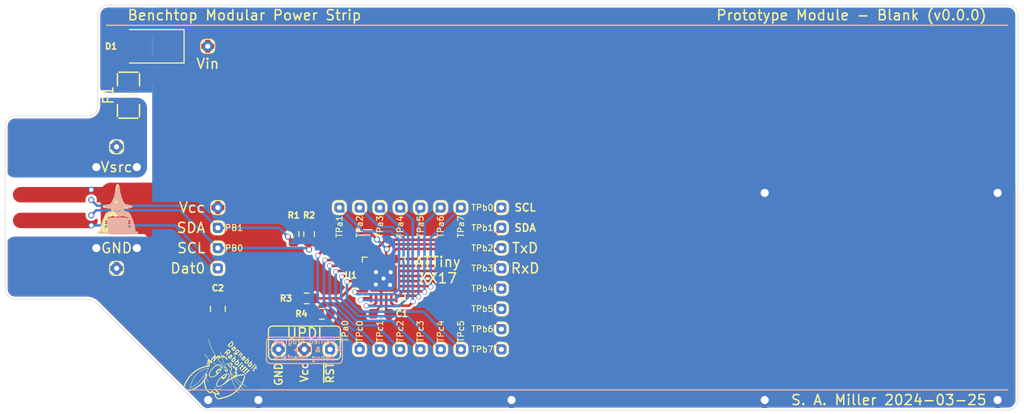
<source format=kicad_pcb>
(kicad_pcb (version 20211014) (generator pcbnew)
  (title_block (title "Benchtop Modular Power Strip") (date "2024-03-25") (rev "0.0.0") (company "S. A. Miller") (comment 1 "Prototype Module") (comment 2 "Blank"))
  (layers (0 "F.Cu" signal) (31 "B.Cu" signal) (34 "B.Paste" user) (35 "F.Paste" user) (36 "B.SilkS" user "B.Silkscreen") (37 "F.SilkS" user "F.Silkscreen") (38 "B.Mask" user) (39 "F.Mask" user) (44 "Edge.Cuts" user))
  (net 0 "")
  (net 1 "GND")
  (net 2 "~{RESET}")
  (net 3 "Dat0")
  (net 4 "PA4")
  (net 5 "PA5")
  (net 6 "PA6")
  (net 7 "PA7")
  (net 8 "PB2")
  (net 9 "PB3")
  (net 10 "PA1")
  (net 11 "PA2")
  (net 12 "PA3")
  (net 13 "PB0")
  (net 14 "PB1")
  (net 15 "PB4")
  (net 16 "PB5")
  (net 17 "PB6")
  (net 18 "PB7")
  (net 19 "PC2")
  (net 20 "PC3")
  (net 21 "PC4")
  (net 22 "PC5")
  (net 23 "Vsrc")
  (net 24 "Vin")
  (net 25 "/Source Power Rail/Vprot")
  (net 26 "/ATTinyXX17/PA0")
  (net 27 "I2C-Vcc")
  (net 28 "PC0")
  (net 29 "PC1")
  (footprint "tinker:TestPoint_THTPad_D1.0mm_Drill0.5mm" (layer "F.Cu") (at 87 114)
    (fp_text reference "TPc1" (at 0 -0.65 90) (layer "F.SilkS") (effects (font (size 0.6 0.6) (thickness 0.1)) (justify left)))
    (fp_text value "CtrlC" hide)
    (pad "1" thru_hole roundrect (at 0 0) (size 1 1) (drill 0.5) (layers *.Cu *.Mask) (roundrect_rratio 0.33) (net 29 "PC1"))
  )
  (footprint "Capacitor_SMD:C_0805_2012Metric" (layer "F.Cu") (at 71 110 -90)
    (fp_text reference "C2" (at -2.05 0 180) (layer "F.SilkS") (effects (font (size 0.6 0.6))))
    (fp_text value "4.7uF")
    (pad "1" smd roundrect (at -0.95 0 270) (size 1 1.45) (layers "F.Cu" "F.Paste" "F.Mask") (net 27 "I2C-Vcc"))
    (pad "2" smd roundrect (at 0.95 0 270) (size 1 1.45) (layers "F.Cu" "F.Paste" "F.Mask") (net 1 "GND"))
  )
  (footprint "Resistor_SMD:R_0603_1608Metric" (layer "F.Cu") (at 79.756 108.966)
    (fp_text reference "R3" (at -2.032 0) (layer "F.SilkS") (effects (font (size 0.6 0.6))))
    (fp_text value "10k")
    (pad "1" smd roundrect (at -0.825 0) (size 0.8 0.95) (layers "F.Cu" "F.Paste" "F.Mask") (net 27 "I2C-Vcc"))
    (pad "2" smd roundrect (at 0.825 0) (size 0.8 0.95) (layers "F.Cu" "F.Paste" "F.Mask") (net 26 "/ATTinyXX17/PA0"))
  )
  (footprint "tinker:TestPoint_THTPad_D1.0mm_Drill0.5mm" (layer "F.Cu") (at 71 106)
    (fp_text reference "TP3" hide)
    (fp_text value "Dat0" hide)
    (pad "1" thru_hole roundrect (at 0 0) (size 1 1) (drill 0.5) (layers *.Cu *.Mask) (roundrect_rratio 0.33) (net 3 "Dat0"))
  )
  (footprint "tinker:TestPoint_THTPad_D1.0mm_Drill0.5mm" (layer "F.Cu") (at 61 94)
    (fp_text reference "TP1" hide)
    (fp_text value "Vsrc" hide)
    (pad "1" thru_hole roundrect (at 0 0) (size 1 1) (drill 0.5) (layers *.Cu *.Mask) (roundrect_rratio 0.33) (net 23 "Vsrc"))
  )
  (footprint "tinker:TestPoint_THTPad_D1.0mm_Drill0.5mm" (layer "F.Cu") (at 93 114 90)
    (fp_text reference "TPc4" (at 0.65 0 90) (layer "F.SilkS") (effects (font (size 0.6 0.6) (thickness 0.1)) (justify left)))
    (fp_text value "CtrlC" hide)
    (pad "1" thru_hole roundrect (at 0 0 90) (size 1 1) (drill 0.5) (layers *.Cu *.Mask) (roundrect_rratio 0.33) (net 21 "PC4"))
  )
  (footprint "Capacitor_SMD:C_0603_1608Metric" (layer "F.Cu") (at 87.122 110.49 180)
    (fp_text reference "C1" (at -2.048 0 180) (layer "F.SilkS") (effects (font (size 0.6 0.6))))
    (fp_text value "100nF")
    (pad "1" smd roundrect (at -0.775 0 180) (size 0.9 0.95) (layers "F.Cu" "F.Paste" "F.Mask") (net 27 "I2C-Vcc"))
    (pad "2" smd roundrect (at 0.775 0 180) (size 0.9 0.95) (layers "F.Cu" "F.Paste" "F.Mask") (net 1 "GND"))
  )
  (footprint "tinker:TestPoint_THTPad_D1.0mm_Drill0.5mm" (layer "F.Cu") (at 99 108)
    (fp_text reference "TPb4" (at -0.73 0) (layer "F.SilkS") (effects (font (size 0.6 0.6) (thickness 0.1)) (justify right)))
    (fp_text value "CtrlB" hide)
    (pad "1" thru_hole roundrect (at 0 0) (size 1 1) (drill 0.5) (layers *.Cu *.Mask) (roundrect_rratio 0.33) (net 15 "PB4"))
  )
  (footprint "tinker:F1206" (layer "F.Cu") (at 62.176 88.9 90)
    (fp_text reference "F1" (at 0 -2 90) (layer "F.SilkS"))
    (fp_text value "Polyfuse" hide)
    (pad "1" smd rect (at -1.45 0 90) (size 1.19 1.73) (layers "F.Cu" "F.Paste" "F.Mask") (net 23 "Vsrc"))
    (pad "2" smd rect (at 1.45 0 90) (size 1.19 1.73) (layers "F.Cu" "F.Paste" "F.Mask") (net 25 "/Source Power Rail/Vprot"))
  )
  (footprint "Resistor_SMD:R_0603_1608Metric" (layer "F.Cu") (at 78.486 102.616 -90)
    (fp_text reference "R1" (at -1.854 0) (layer "F.SilkS") (effects (font (size 0.6 0.6))))
    (fp_text value "10k")
    (pad "1" smd roundrect (at -0.825 0 270) (size 0.8 0.95) (layers "F.Cu" "F.Paste" "F.Mask") (net 27 "I2C-Vcc"))
    (pad "2" smd roundrect (at 0.825 0 270) (size 0.8 0.95) (layers "F.Cu" "F.Paste" "F.Mask") (net 14 "PB1"))
  )
  (footprint "tinker:TestPoint_THTPad_D1.0mm_Drill0.5mm" (layer "F.Cu") (at 85 100 90)
    (fp_text reference "TPa2" (at -0.73 0 90) (layer "F.SilkS") (effects (font (size 0.6 0.6) (thickness 0.1)) (justify right)))
    (fp_text value "CtrlA" hide)
    (pad "1" thru_hole roundrect (at 0 0 90) (size 1 1) (drill 0.5) (layers *.Cu *.Mask) (roundrect_rratio 0.33) (net 11 "PA2"))
  )
  (footprint "tinker:TestPoint_THTPad_D1.0mm_Drill0.5mm" (layer "F.Cu") (at 95 114 90)
    (fp_text reference "TPc5" (at 0.65 0 90) (layer "F.SilkS") (effects (font (size 0.6 0.6) (thickness 0.1)) (justify left)))
    (fp_text value "CtrlC" hide)
    (pad "1" thru_hole roundrect (at 0 0 90) (size 1 1) (drill 0.5) (layers *.Cu *.Mask) (roundrect_rratio 0.33) (net 22 "PC5"))
  )
  (footprint "Resistor_SMD:R_0603_1608Metric" (layer "F.Cu") (at 81.28 110.49)
    (fp_text reference "R4" (at -2.032 0) (layer "F.SilkS") (effects (font (size 0.6 0.6))))
    (fp_text value "330R")
    (pad "1" smd roundrect (at -0.825 0) (size 0.8 0.95) (layers "F.Cu" "F.Paste" "F.Mask") (net 26 "/ATTinyXX17/PA0"))
    (pad "2" smd roundrect (at 0.825 0) (size 0.8 0.95) (layers "F.Cu" "F.Paste" "F.Mask") (net 2 "~{RESET}"))
  )
  (footprint "tinker:TestPoint_THTPad_D1.0mm_Drill0.5mm" (layer "F.Cu") (at 89 100 90)
    (fp_text reference "TPa4" (at -0.73 0 90) (layer "F.SilkS") (effects (font (size 0.6 0.6) (thickness 0.1)) (justify right)))
    (fp_text value "CtrlA" hide)
    (pad "1" thru_hole roundrect (at 0 0 90) (size 1 1) (drill 0.5) (layers *.Cu *.Mask) (roundrect_rratio 0.33) (net 4 "PA4"))
  )
  (footprint "tinker:TestPoint_THTPad_D1.0mm_Drill0.5mm" (layer "F.Cu") (at 77 114 90)
    (fp_text reference "TP9" hide)
    (fp_text value "GND" hide)
    (pad "1" thru_hole roundrect (at 0 0 90) (size 1 1) (drill 0.5) (layers *.Cu *.Mask) (roundrect_rratio 0.33) (net 1 "GND"))
  )
  (footprint "tinker:TestPoint_THTPad_D1.0mm_Drill0.5mm" (layer "F.Cu") (at 99 102)
    (fp_text reference "TPb1" (at -0.73 0) (layer "F.SilkS") (effects (font (size 0.6 0.6) (thickness 0.1)) (justify right)))
    (fp_text value "CtrlB" hide)
    (pad "1" thru_hole roundrect (at 0 0) (size 1 1) (drill 0.5) (layers *.Cu *.Mask) (roundrect_rratio 0.33) (net 14 "PB1"))
  )
  (footprint "tinker:TestPoint_THTPad_D1.0mm_Drill0.5mm" (layer "F.Cu") (at 89 114 90)
    (fp_text reference "TPc2" (at 0.65 0 90) (layer "F.SilkS") (effects (font (size 0.6 0.6) (thickness 0.1)) (justify left)))
    (fp_text value "CtrlC" hide)
    (pad "1" thru_hole roundrect (at 0 0 90) (size 1 1) (drill 0.5) (layers *.Cu *.Mask) (roundrect_rratio 0.33) (net 19 "PC2"))
  )
  (footprint "tinker:TestPoint_THTPad_D1.0mm_Drill0.5mm" (layer "F.Cu") (at 95 100 90)
    (fp_text reference "TPa7" (at -0.73 0 90) (layer "F.SilkS") (effects (font (size 0.6 0.6) (thickness 0.1)) (justify right)))
    (fp_text value "CtrlA" hide)
    (pad "1" thru_hole roundrect (at 0 0 90) (size 1 1) (drill 0.5) (layers *.Cu *.Mask) (roundrect_rratio 0.33) (net 7 "PA7"))
  )
  (footprint "Package_DFN_QFN:QFN-24-1EP_4x4mm_P0.5mm_EP2.6x2.6mm" (layer "F.Cu") (at 87.376 107.01 90)
    (fp_text reference "U1" (at 0.33 -3.25 180) (layer "F.SilkS") (effects (font (size 0.6 0.6))))
    (fp_text value "ATtiny1617")
    (pad "1" smd roundrect (at -1.9375 -1.25 90) (size 0.825 0.25) (layers "F.Cu" "F.Paste" "F.Mask") (net 11 "PA2"))
    (pad "2" smd roundrect (at -1.9375 -0.75 90) (size 0.825 0.25) (layers "F.Cu" "F.Paste" "F.Mask") (net 12 "PA3"))
    (pad "3" smd roundrect (at -1.9375 -0.25 90) (size 0.825 0.25) (layers "F.Cu" "F.Paste" "F.Mask") (net 1 "GND"))
    (pad "4" smd roundrect (at -1.9375 0.25 90) (size 0.825 0.25) (layers "F.Cu" "F.Paste" "F.Mask") (net 27 "I2C-Vcc"))
    (pad "5" smd roundrect (at -1.9375 0.75 90) (size 0.825 0.25) (layers "F.Cu" "F.Paste" "F.Mask") (net 4 "PA4"))
    (pad "6" smd roundrect (at -1.9375 1.25 90) (size 0.825 0.25) (layers "F.Cu" "F.Paste" "F.Mask") (net 5 "PA5"))
    (pad "7" smd roundrect (at -1.25 1.9375 90) (size 0.25 0.825) (layers "F.Cu" "F.Paste" "F.Mask") (net 6 "PA6"))
    (pad "8" smd roundrect (at -0.75 1.9375 90) (size 0.25 0.825) (layers "F.Cu" "F.Paste" "F.Mask") (net 7 "PA7"))
    (pad "9" smd roundrect (at -0.25 1.9375 90) (size 0.25 0.825) (layers "F.Cu" "F.Paste" "F.Mask") (net 18 "PB7"))
    (pad "10" smd roundrect (at 0.25 1.9375 90) (size 0.25 0.825) (layers "F.Cu" "F.Paste" "F.Mask") (net 17 "PB6"))
    (pad "11" smd roundrect (at 0.75 1.9375 90) (size 0.25 0.825) (layers "F.Cu" "F.Paste" "F.Mask") (net 16 "PB5"))
    (pad "12" smd roundrect (at 1.25 1.9375 90) (size 0.25 0.825) (layers "F.Cu" "F.Paste" "F.Mask") (net 15 "PB4"))
    (pad "13" smd roundrect (at 1.9375 1.25 90) (size 0.825 0.25) (layers "F.Cu" "F.Paste" "F.Mask") (net 9 "PB3"))
    (pad "14" smd roundrect (at 1.9375 0.75 90) (size 0.825 0.25) (layers "F.Cu" "F.Paste" "F.Mask") (net 8 "PB2"))
    (pad "15" smd roundrect (at 1.9375 0.25 90) (size 0.825 0.25) (layers "F.Cu" "F.Paste" "F.Mask") (net 14 "PB1"))
    (pad "16" smd roundrect (at 1.9375 -0.25 90) (size 0.825 0.25) (layers "F.Cu" "F.Paste" "F.Mask") (net 13 "PB0"))
    (pad "17" smd roundrect (at 1.9375 -0.75 90) (size 0.825 0.25) (layers "F.Cu" "F.Paste" "F.Mask") (net 28 "PC0"))
    (pad "18" smd roundrect (at 1.9375 -1.25 90) (size 0.825 0.25) (layers "F.Cu" "F.Paste" "F.Mask") (net 29 "PC1"))
    (pad "19" smd roundrect (at 1.25 -1.9375 90) (size 0.25 0.825) (layers "F.Cu" "F.Paste" "F.Mask") (net 19 "PC2"))
    (pad "20" smd roundrect (at 0.75 -1.9375 90) (size 0.25 0.825) (layers "F.Cu" "F.Paste" "F.Mask") (net 20 "PC3"))
    (pad "21" smd roundrect (at 0.25 -1.9375 90) (size 0.25 0.825) (layers "F.Cu" "F.Paste" "F.Mask") (net 21 "PC4"))
    (pad "22" smd roundrect (at -0.25 -1.9375 90) (size 0.25 0.825) (layers "F.Cu" "F.Paste" "F.Mask") (net 22 "PC5"))
    (pad "23" smd roundrect (at -0.75 -1.9375 90) (size 0.25 0.825) (layers "F.Cu" "F.Paste" "F.Mask") (net 26 "/ATTinyXX17/PA0"))
    (pad "24" smd roundrect (at -1.25 -1.9375 90) (size 0.25 0.825) (layers "F.Cu" "F.Paste" "F.Mask") (net 10 "PA1"))
    (pad "25" smd rect (at 0 0 90) (size 2.6 2.6) (layers "F.Cu" "F.Mask") (net 1 "GND"))
  )
  (footprint "tinker:NerdMage" (layer "F.Cu") (at 61.11668 100.076)
    (fp_text reference "G***" hide)
    (fp_text value "LOGO" hide)
  )
  (footprint "tinker:TestPoint_THTPad_D1.0mm_Drill0.5mm" (layer "F.Cu") (at 85 114)
    (fp_text reference "TPc0" (at 0 -0.65 90) (layer "F.SilkS") (effects (font (size 0.6 0.6) (thickness 0.1)) (justify left)))
    (fp_text value "CtrlC" hide)
    (pad "1" thru_hole roundrect (at 0 0) (size 1 1) (drill 0.5) (layers *.Cu *.Mask) (roundrect_rratio 0.33) (net 28 "PC0"))
  )
  (footprint "tinker:TestPoint_THTPad_D1.0mm_Drill0.5mm" (layer "F.Cu") (at 70 84.074)
    (fp_text reference "TP2" hide)
    (fp_text value "Vin" hide)
    (pad "1" thru_hole roundrect (at 0 0) (size 1 1) (drill 0.5) (layers *.Cu *.Mask) (roundrect_rratio 0.33) (net 24 "Vin"))
  )
  (footprint "tinker:TestPoint_THTPad_D1.0mm_Drill0.5mm" (layer "F.Cu") (at 99 110)
    (fp_text reference "TPb5" (at -0.73 0) (layer "F.SilkS") (effects (font (size 0.6 0.6) (thickness 0.1)) (justify right)))
    (fp_text value "CtrlB" hide)
    (pad "1" thru_hole roundrect (at 0 0) (size 1 1) (drill 0.5) (layers *.Cu *.Mask) (roundrect_rratio 0.33) (net 16 "PB5"))
  )
  (footprint "tinker:TestPoint_THTPad_D1.0mm_Drill0.5mm" (layer "F.Cu") (at 61 106)
    (fp_text reference "TP7" hide)
    (fp_text value "GND" hide)
    (pad "1" thru_hole roundrect (at 0 0) (size 1 1) (drill 0.5) (layers *.Cu *.Mask) (roundrect_rratio 0.33) (net 1 "GND"))
  )
  (footprint "tinker:DagNabbit" (layer "F.Cu") (at 71.04 116.6 135)
    (fp_text reference "REF**" hide)
    (fp_text value "DagNabbit" hide)
    (fp_text user "Dagnabbit\nRabbit!!!" (at -0.331667 2.64 -45 unlocked) (layer "F.SilkS") (effects (font (size 0.5 0.5) (thickness 0.1))))
  )
  (footprint "tinker:TestPoint_THTPad_D1.0mm_Drill0.5mm" (layer "F.Cu") (at 82.08 114 90)
    (fp_text reference "TPa0" (at 0.65 1.486 90) (layer "F.SilkS") (effects (font (size 0.6 0.6) (thickness 0.1)) (justify left)))
    (fp_text value "~{RESET}" hide)
    (pad "1" thru_hole roundrect (at 0 0 90) (size 1 1) (drill 0.5) (layers *.Cu *.Mask) (roundrect_rratio 0.33) (net 2 "~{RESET}"))
  )
  (footprint "tinker:TestPoint_THTPad_D1.0mm_Drill0.5mm" (layer "F.Cu") (at 93 100 90)
    (fp_text reference "TPa6" (at -0.73 0 90) (layer "F.SilkS") (effects (font (size 0.6 0.6) (thickness 0.1)) (justify right)))
    (fp_text value "CtrlA" hide)
    (pad "1" thru_hole roundrect (at 0 0 90) (size 1 1) (drill 0.5) (layers *.Cu *.Mask) (roundrect_rratio 0.33) (net 6 "PA6"))
  )
  (footprint "tinker:TestPoint_THTPad_D1.0mm_Drill0.5mm" (layer "F.Cu") (at 83 100 90)
    (fp_text reference "TPa1" (at -0.73 0 90) (layer "F.SilkS") (effects (font (size 0.6 0.6) (thickness 0.1)) (justify right)))
    (fp_text value "CtrlA" hide)
    (pad "1" thru_hole roundrect (at 0 0 90) (size 1 1) (drill 0.5) (layers *.Cu *.Mask) (roundrect_rratio 0.33) (net 10 "PA1"))
  )
  (footprint "tinker:TestPoint_THTPad_D1.0mm_Drill0.5mm" (layer "F.Cu") (at 99 104)
    (fp_text reference "TPb2" (at -0.73 0) (layer "F.SilkS") (effects (font (size 0.6 0.6) (thickness 0.1)) (justify right)))
    (fp_text value "CtrlB" hide)
    (pad "1" thru_hole roundrect (at 0 0) (size 1 1) (drill 0.5) (layers *.Cu *.Mask) (roundrect_rratio 0.33) (net 8 "PB2"))
  )
  (footprint "tinker:TestPoint_THTPad_D1.0mm_Drill0.5mm" (layer "F.Cu") (at 71 104)
    (fp_text reference "TP6" hide)
    (fp_text value "Dat3" hide)
    (pad "1" thru_hole roundrect (at 0 0) (size 1 1) (drill 0.5) (layers *.Cu *.Mask) (roundrect_rratio 0.33) (net 13 "PB0"))
  )
  (footprint "tinker:TestPoint_THTPad_D1.0mm_Drill0.5mm" (layer "F.Cu") (at 79.54 114 90)
    (fp_text reference "TP8" hide)
    (fp_text value "I2C-Vcc" hide)
    (pad "1" thru_hole roundrect (at 0 0 90) (size 1 1) (drill 0.5) (layers *.Cu *.Mask) (roundrect_rratio 0.33) (net 27 "I2C-Vcc"))
  )
  (footprint "Resistor_SMD:R_0603_1608Metric" (layer "F.Cu") (at 80.01 102.616 -90)
    (fp_text reference "R2" (at -1.854 0) (layer "F.SilkS") (effects (font (size 0.6 0.6))))
    (fp_text value "10k")
    (pad "1" smd roundrect (at -0.825 0 270) (size 0.8 0.95) (layers "F.Cu" "F.Paste" "F.Mask") (net 27 "I2C-Vcc"))
    (pad "2" smd roundrect (at 0.825 0 270) (size 0.8 0.95) (layers "F.Cu" "F.Paste" "F.Mask") (net 13 "PB0"))
  )
  (footprint "tinker:TestPoint_THTPad_D1.0mm_Drill0.5mm" (layer "F.Cu") (at 91 100 90)
    (fp_text reference "TPa5" (at -0.73 0 90) (layer "F.SilkS") (effects (font (size 0.6 0.6) (thickness 0.1)) (justify right)))
    (fp_text value "CtrlA" hide)
    (pad "1" thru_hole roundrect (at 0 0 90) (size 1 1) (drill 0.5) (layers *.Cu *.Mask) (roundrect_rratio 0.33) (net 5 "PA5"))
  )
  (footprint "tinker:TestPoint_THTPad_D1.0mm_Drill0.5mm" (layer "F.Cu") (at 99 114)
    (fp_text reference "TPb7" (at -0.73 0) (layer "F.SilkS") (effects (font (size 0.6 0.6) (thickness 0.1)) (justify right)))
    (fp_text value "CtrlB" hide)
    (pad "1" thru_hole roundrect (at 0 0) (size 1 1) (drill 0.5) (layers *.Cu *.Mask) (roundrect_rratio 0.33) (net 18 "PB7"))
  )
  (footprint "tinker:TestPoint_THTPad_D1.0mm_Drill0.5mm" (layer "F.Cu") (at 99 100)
    (fp_text reference "TPb0" (at -0.73 0) (layer "F.SilkS") (effects (font (size 0.6 0.6) (thickness 0.1)) (justify right)))
    (fp_text value "CtrlB" hide)
    (pad "1" thru_hole roundrect (at 0 0) (size 1 1) (drill 0.5) (layers *.Cu *.Mask) (roundrect_rratio 0.33) (net 13 "PB0"))
  )
  (footprint "Diode_SMD:D_SMA" (layer "F.Cu") (at 64.262 84.074 180)
    (fp_text reference "D1" (at 3.81 0) (layer "F.SilkS") (effects (font (size 0.6 0.6))))
    (fp_text value "D_Schottky")
    (pad "1" smd rect (at -2 0 180) (size 2.5 1.8) (layers "F.Cu" "F.Paste" "F.Mask") (net 24 "Vin"))
    (pad "2" smd rect (at 2 0 180) (size 2.5 1.8) (layers "F.Cu" "F.Paste" "F.Mask") (net 25 "/Source Power Rail/Vprot"))
  )
  (footprint "tinker:TestPoint_THTPad_D1.0mm_Drill0.5mm" (layer "F.Cu") (at 99 106)
    (fp_text reference "TPb3" (at -0.73 0) (layer "F.SilkS") (effects (font (size 0.6 0.6) (thickness 0.1)) (justify right)))
    (fp_text value "CtrlB" hide)
    (pad "1" thru_hole roundrect (at 0 0) (size 1 1) (drill 0.5) (layers *.Cu *.Mask) (roundrect_rratio 0.33) (net 9 "PB3"))
  )
  (footprint "tinker:TestPoint_THTPad_D1.0mm_Drill0.5mm" (layer "F.Cu") (at 91 114 90)
    (fp_text reference "TPc3" (at 0.65 0 90) (layer "F.SilkS") (effects (font (size 0.6 0.6) (thickness 0.1)) (justify left)))
    (fp_text value "CtrlC" hide)
    (pad "1" thru_hole roundrect (at 0 0 90) (size 1 1) (drill 0.5) (layers *.Cu *.Mask) (roundrect_rratio 0.33) (net 20 "PC3"))
  )
  (footprint "tinker:TestPoint_THTPad_D1.0mm_Drill0.5mm" (layer "F.Cu") (at 87 100 90)
    (fp_text reference "TPa3" (at -0.73 0 90) (layer "F.SilkS") (effects (font (size 0.6 0.6) (thickness 0.1)) (justify right)))
    (fp_text value "CtrlA" hide)
    (pad "1" thru_hole roundrect (at 0 0 90) (size 1 1) (drill 0.5) (layers *.Cu *.Mask) (roundrect_rratio 0.33) (net 12 "PA3"))
  )
  (footprint "tinker:TestPoint_THTPad_D1.0mm_Drill0.5mm" (layer "F.Cu") (at 71 100)
    (fp_text reference "TP4" hide)
    (fp_text value "Dat1" hide)
    (pad "1" thru_hole roundrect (at 0 0) (size 1 1) (drill 0.5) (layers *.Cu *.Mask) (roundrect_rratio 0.33) (net 27 "I2C-Vcc"))
  )
  (footprint "tinker:TestPoint_THTPad_D1.0mm_Drill0.5mm" (layer "F.Cu") (at 71 102)
    (fp_text reference "TP5" hide)
    (fp_text value "Dat2" hide)
    (pad "1" thru_hole roundrect (at 0 0) (size 1 1) (drill 0.5) (layers *.Cu *.Mask) (roundrect_rratio 0.33) (net 14 "PB1"))
  )
  (footprint "tinker:TestPoint_THTPad_D1.0mm_Drill0.5mm" (layer "F.Cu") (at 99 112)
    (fp_text reference "TPb6" (at -0.73 0) (layer "F.SilkS") (effects (font (size 0.6 0.6) (thickness 0.1)) (justify right)))
    (fp_text value "CtrlB" hide)
    (pad "1" thru_hole roundrect (at 0 0) (size 1 1) (drill 0.5) (layers *.Cu *.Mask) (roundrect_rratio 0.33) (net 17 "PB6"))
  )
  (footprint "tinker:NerdMage" (layer "B.Cu") (at 61.11668 100.076 180)
    (fp_text reference "G***" hide)
    (fp_text value "LOGO" hide)
  )
  (gr_arc (start 75.8 113.2) (mid 75.917157 112.917157) (end 76.2 112.8) (layer "B.SilkS") (width 0.12))
  (gr_line (start 68 118) (end 149 118) (layer "B.SilkS") (width 0.1))
  (gr_arc (start 83.3 115) (mid 83.182843 115.282843) (end 82.9 115.4) (layer "B.SilkS") (width 0.12))
  (gr_line (start 76.2 115.4) (end 82.9 115.4) (layer "B.SilkS") (width 0.12))
  (gr_line (start 83.3 113.2) (end 83.3 115) (layer "B.SilkS") (width 0.12))
  (gr_line (start 60 82) (end 149 82) (layer "B.SilkS") (width 0.1))
  (gr_arc (start 76.2 115.4) (mid 75.917157 115.282843) (end 75.8 115) (layer "B.SilkS") (width 0.12))
  (gr_arc (start 82.9 112.8) (mid 83.182843 112.917157) (end 83.3 113.2) (layer "B.SilkS") (width 0.12))
  (gr_line (start 82.9 112.8) (end 76.2 112.8) (layer "B.SilkS") (width 0.12))
  (gr_line (start 75.8 113.2) (end 75.8 115) (layer "B.SilkS") (width 0.12))
  (gr_line (start 76 112.1) (end 76 113.03) (layer "F.SilkS") (width 0.12))
  (gr_line (start 82.7 111.7) (end 76.4 111.7) (layer "F.SilkS") (width 0.12))
  (gr_line (start 76.4 115) (end 82.7 115) (layer "F.SilkS") (width 0.12))
  (gr_line (start 76 113.03) (end 76 114.6) (layer "F.SilkS") (width 0.12))
  (gr_line (start 60 82) (end 149 82) (layer "F.SilkS") (width 0.1))
  (gr_arc (start 82.7 111.7) (mid 82.982843 111.817157) (end 83.1 112.1) (layer "F.SilkS") (width 0.12))
  (gr_line (start 75 118) (end 149 118) (layer "F.SilkS") (width 0.1))
  (gr_line (start 83.1 114.6) (end 83.1 113.03) (layer "F.SilkS") (width 0.12))
  (gr_arc (start 76 112.1) (mid 76.117157 111.817157) (end 76.4 111.7) (layer "F.SilkS") (width 0.12))
  (gr_arc (start 76.4 115) (mid 76.117157 114.882843) (end 76 114.6) (layer "F.SilkS") (width 0.12))
  (gr_arc (start 83.1 114.6) (mid 82.982843 114.882843) (end 82.7 115) (layer "F.SilkS") (width 0.12))
  (gr_line (start 83.1 113.03) (end 76 113.03) (layer "F.SilkS") (width 0.12))
  (gr_line (start 83.1 113.03) (end 83.1 112.1) (layer "F.SilkS") (width 0.12))
  (gr_line (start 59.144 109.548) (end 69.144 119.548) (layer "Edge.Cuts") (width 0.05))
  (gr_arc (start 149 80) (mid 149.707107 80.292893) (end 150 81) (layer "Edge.Cuts") (width 0.05))
  (gr_arc (start 50 91.96) (mid 50.292893 91.252893) (end 51 90.96) (layer "Edge.Cuts") (width 0.05))
  (gr_line (start 50 108.04) (end 50 91.96) (layer "Edge.Cuts") (width 0.05))
  (gr_line (start 60.144 80) (end 149 80) (layer "Edge.Cuts") (width 0.05))
  (gr_arc (start 58.144 109.04) (mid 58.694524 109.194544) (end 59.144 109.548) (layer "Edge.Cuts") (width 0.05))
  (gr_line (start 59.144 81) (end 59.144 89.96) (layer "Edge.Cuts") (width 0.05))
  (gr_arc (start 59.144 81) (mid 59.436893 80.292893) (end 60.144 80) (layer "Edge.Cuts") (width 0.05))
  (gr_arc (start 150 119) (mid 149.707107 119.707107) (end 149 120) (layer "Edge.Cuts") (width 0.05))
  (gr_arc (start 70.144 120) (mid 69.594859 119.882718) (end 69.144 119.548) (layer "Edge.Cuts") (width 0.05))
  (gr_line (start 150 119) (end 150 81) (layer "Edge.Cuts") (width 0.05))
  (gr_line (start 51 90.96) (end 58.144 90.96) (layer "Edge.Cuts") (width 0.05))
  (gr_arc (start 51 109.04) (mid 50.292893 108.747107) (end 50 108.04) (layer "Edge.Cuts") (width 0.05))
  (gr_arc (start 59.144 89.96) (mid 58.851107 90.667107) (end 58.144 90.96) (layer "Edge.Cuts") (width 0.05))
  (gr_line (start 58.144 109.04) (end 51 109.04) (layer "Edge.Cuts") (width 0.05))
  (gr_line (start 149 120) (end 70.144 120) (layer "Edge.Cuts") (width 0.05))
  (gr_text "  Unified Program  \n R    &    +     - \n  Debug Interface  " (at 79.54 114.025) (layer "B.SilkS") (effects (font (size 0.5 0.5) (thickness 0.1)) (justify mirror)))
  (gr_text "${TITLE}" (at 62 81) (layer "F.SilkS") (effects (font (size 1 1)) (justify left)))
  (gr_text "${COMMENT1} - ${COMMENT2} (v${REVISION})" (at 147 81) (layer "F.SilkS") (effects (font (size 1 1)) (justify right)))
  (gr_text "GND" (at 77 115.2 90) (layer "F.SilkS") (effects (font (size 0.75 0.75)) (justify right)))
  (gr_text "Vin" (at 70 85.8) (layer "F.SilkS") (effects (font (size 1 1))))
  (gr_text "SCL" (at 69.85 104) (layer "F.SilkS") (effects (font (size 1 1)) (justify right)))
  (gr_text "~{RST}" (at 82.08 115.2 90) (layer "F.SilkS") (effects (font (size 0.75 0.75)) (justify right)))
  (gr_text "Vcc" (at 69.85 100) (layer "F.SilkS") (effects (font (size 1 1)) (justify right)))
  (gr_text "PB1" (at 71.65 102) (layer "F.SilkS") (effects (font (size 0.6 0.6) (thickness 0.1)) (justify left)))
  (gr_text "SDA" (at 69.85 102) (layer "F.SilkS") (effects (font (size 1 1)) (justify right)))
  (gr_text "TxD" (at 101.346 104) (layer "F.SilkS") (effects (font (size 1 1))))
  (gr_text "Vsrc" (at 61 96) (layer "F.SilkS") (effects (font (size 1 1))))
  (gr_text "UPDI" (at 79.54 112.4) (layer "F.SilkS") (effects (font (size 1 1))))
  (gr_text "Vcc" (at 79.54 115.2 90) (layer "F.SilkS") (effects (font (size 0.75 0.75)) (justify right)))
  (gr_text "RxD" (at 101.346 106) (layer "F.SilkS") (effects (font (size 1 1))))
  (gr_text "SDA" (at 101.346 102) (layer "F.SilkS") (effects (font (size 0.75 0.75))))
  (gr_text "SCL" (at 101.346 100) (layer "F.SilkS") (effects (font (size 0.75 0.75))))
  (gr_text "Dat0" (at 69.85 106) (layer "F.SilkS") (effects (font (size 1 1)) (justify right)))
  (gr_text "ATTiny\nXX17" (at 92.71 106.172) (layer "F.SilkS") (effects (font (size 1 1))))
  (gr_text "${COMPANY} ${ISSUE_DATE}" (at 147 119) (layer "F.SilkS") (effects (font (size 1 1)) (justify right)))
  (gr_text "GND" (at 61 104) (layer "F.SilkS") (effects (font (size 1 1))))
  (gr_text "PB0" (at 71.65 104) (layer "F.SilkS") (effects (font (size 0.6 0.6) (thickness 0.1)) (justify left)))
  (segment (start 87.126 107.26) (end 87.376 107.01) (width 0.25) (layer "F.Cu") (net 1))
  (segment (start 87.126 109.711) (end 87.126 108.9475) (width 0.25) (layer "F.Cu") (net 1))
  (segment (start 86.347 110.49) (end 87.126 109.711) (width 0.25) (layer "F.Cu") (net 1))
  (segment (start 87.126 108.9475) (end 87.126 107.26) (width 0.25) (layer "F.Cu") (net 1))
  (via (at 70.04 119) (size 1.6) (drill 0.8) (layers "F.Cu" "B.Cu") (net 1))
  (via (at 75 119) (size 1.6) (drill 0.8) (layers "F.Cu" "B.Cu") (net 1))
  (via (at 63 104) (size 1.6) (drill 0.8) (layers "F.Cu" "B.Cu") (net 1))
  (via (at 148 119) (size 1.6) (drill 0.8) (layers "F.Cu" "B.Cu") (net 1))
  (via (at 86.602225 107.596737) (size 0.8) (drill 0.4) (layers "F.Cu" "B.Cu") (net 1))
  (via (at 87.366058 107.01) (size 0.8) (drill 0.4) (layers "F.Cu" "B.Cu") (net 1))
  (via (at 148 98.552) (size 1.6) (drill 0.8) (layers "F.Cu" "B.Cu") (net 1))
  (via (at 88.062376 106.383869) (size 0.8) (drill 0.4) (layers "F.Cu" "B.Cu") (net 1))
  (via (at 125 98.552) (size 1.6) (drill 0.8) (layers "F.Cu" "B.Cu") (net 1))
  (via (at 100 119) (size 1.6) (drill 0.8) (layers "F.Cu" "B.Cu") (net 1))
  (via (at 59 104) (size 1.6) (drill 0.8) (layers "F.Cu" "B.Cu") (net 1))
  (via (at 86.614 106.372094) (size 0.8) (drill 0.4) (layers "F.Cu" "B.Cu") (net 1))
  (via (at 88.003499 107.643839) (size 0.8) (drill 0.4) (layers "F.Cu" "B.Cu") (net 1))
  (via (at 125 119) (size 1.6) (drill 0.8) (layers "F.Cu" "B.Cu") (net 1))
  (segment (start 82.08 110.515) (end 82.08 114) (width 0.25) (layer "F.Cu") (net 2))
  (via (at 58.5 101.76) (size 0.6) (drill 0.4) (layers "F.Cu" "B.Cu") (net 3))
  (segment (start 66.76 101.76) (end 58.5 101.76) (width 0.25) (layer "B.Cu") (net 3))
  (segment (start 71 106) (end 66.76 101.76) (width 0.25) (layer "B.Cu") (net 3))
  (segment (start 88.402992 109.685) (end 89.876994 109.685) (width 0.25) (layer "F.Cu") (net 4))
  (segment (start 89.876994 109.685) (end 90.275494 109.2865) (width 0.25) (layer "F.Cu") (net 4))
  (segment (start 88.126 109.408008) (end 88.402992 109.685) (width 0.25) (layer "F.Cu") (net 4))
  (segment (start 88.126 108.9475) (end 88.126 109.408008) (width 0.25) (layer "F.Cu") (net 4))
  (via (at 90.275494 109.2865) (size 0.5) (drill 0.4) (layers "F.Cu" "B.Cu") (net 4))
  (segment (start 90.241265 109.252271) (end 90.241265 101.241265) (width 0.25) (layer "B.Cu") (net 4))
  (segment (start 90.275494 109.2865) (end 90.241265 109.252271) (width 0.25) (layer "B.Cu") (net 4))
  (segment (start 90.241265 101.241265) (end 89 100) (width 0.25) (layer "B.Cu") (net 4))
  (segment (start 90.693265 108.7115) (end 88.862 108.7115) (width 0.25) (layer "F.Cu") (net 5))
  (segment (start 90.816265 108.8345) (end 90.693265 108.7115) (width 0.25) (layer "F.Cu") (net 5))
  (segment (start 88.862 108.7115) (end 88.626 108.9475) (width 0.25) (layer "F.Cu") (net 5))
  (via (at 90.816265 108.8345) (size 0.5) (drill 0.4) (layers "F.Cu" "B.Cu") (net 5))
  (segment (start 90.816265 108.8345) (end 90.816265 100.183735) (width 0.25) (layer "B.Cu") (net 5))
  (segment (start 90.816265 100.183735) (end 91 100) (width 0.25) (layer "B.Cu") (net 5))
  (segment (start 89.3135 108.26) (end 91.330846 108.26) (width 0.25) (layer "F.Cu") (net 6))
  (segment (start 91.330846 108.26) (end 91.405346 108.3345) (width 0.25) (layer "F.Cu") (net 6))
  (via (at 91.405346 108.3345) (size 0.5) (drill 0.4) (layers "F.Cu" "B.Cu") (net 6))
  (segment (start 91.405346 108.3345) (end 91.405346 101.594654) (width 0.25) (layer "B.Cu") (net 6))
  (segment (start 91.405346 101.594654) (end 93 100) (width 0.25) (layer "B.Cu") (net 6))
  (segment (start 89.3135 107.76) (end 91.94275 107.76) (width 0.25) (layer "F.Cu") (net 7))
  (segment (start 91.94275 107.76) (end 92.01725 107.8345) (width 0.25) (layer "F.Cu") (net 7))
  (via (at 92.01725 107.8345) (size 0.5) (drill 0.4) (layers "F.Cu" "B.Cu") (net 7))
  (segment (start 92.01725 107.8345) (end 92.01725 102.98275) (width 0.25) (layer "B.Cu") (net 7))
  (segment (start 92.01725 102.98275) (end 95 100) (width 0.25) (layer "B.Cu") (net 7))
  (segment (start 88.126 105.0725) (end 88.126 104.611992) (width 0.25) (layer "F.Cu") (net 8))
  (segment (start 88.126 104.611992) (end 88.655992 104.082) (width 0.25) (layer "F.Cu") (net 8))
  (segment (start 88.655992 104.082) (end 98.918 104.082) (width 0.25) (layer "F.Cu") (net 8))
  (segment (start 88.626 105.0725) (end 98.0725 105.0725) (width 0.25) (layer "F.Cu") (net 9))
  (segment (start 99 106) (end 98.0725 105.0725) (width 0.25) (layer "F.Cu") (net 9))
  (segment (start 84.6005 108.26) (end 85.4385 108.26) (width 0.25) (layer "F.Cu") (net 10))
  (segment (start 84.526 108.3345) (end 84.6005 108.26) (width 0.25) (layer "F.Cu") (net 10))
  (via (at 84.526 108.3345) (size 0.5) (drill 0.4) (layers "F.Cu" "B.Cu") (net 10))
  (segment (start 88.891265 103.164057) (end 88.891265 108.017604) (width 0.25) (layer "B.Cu") (net 10))
  (segment (start 84.7465 108.555) (end 84.526 108.3345) (width 0.25) (layer "B.Cu") (net 10))
  (segment (start 85.362 102.362) (end 88.089208 102.362) (width 0.25) (layer "B.Cu") (net 10))
  (segment (start 88.353869 108.555) (end 84.7465 108.555) (width 0.25) (layer "B.Cu") (net 10))
  (segment (start 88.089208 102.362) (end 88.891265 103.164057) (width 0.25) (layer "B.Cu") (net 10))
  (segment (start 88.891265 108.017604) (end 88.353869 108.555) (width 0.25) (layer "B.Cu") (net 10))
  (segment (start 83 100) (end 85.362 102.362) (width 0.25) (layer "B.Cu") (net 10))
  (segment (start 85.09 109.1295) (end 85.272 108.9475) (width 0.25) (layer "F.Cu") (net 11))
  (segment (start 85.272 108.9475) (end 86.126 108.9475) (width 0.25) (layer "F.Cu") (net 11))
  (via (at 85.09 109.1295) (size 0.5) (drill 0.4) (layers "F.Cu" "B.Cu") (net 11))
  (segment (start 89.341265 108.204) (end 88.415765 109.1295) (width 0.25) (layer "B.Cu") (net 11))
  (segment (start 89.341265 102.977661) (end 89.341265 108.204) (width 0.25) (layer "B.Cu") (net 11))
  (segment (start 88.275604 101.912) (end 89.341265 102.977661) (width 0.25) (layer "B.Cu") (net 11))
  (segment (start 85 100) (end 86.912 101.912) (width 0.25) (layer "B.Cu") (net 11))
  (segment (start 88.415765 109.1295) (end 85.09 109.1295) (width 0.25) (layer "B.Cu") (net 11))
  (segment (start 86.912 101.912) (end 88.275604 101.912) (width 0.25) (layer "B.Cu") (net 11))
  (segment (start 86.344008 109.69) (end 85.65 109.69) (width 0.25) (layer "F.Cu") (net 12))
  (segment (start 86.626 108.9475) (end 86.626 109.408008) (width 0.25) (layer "F.Cu") (net 12))
  (segment (start 86.626 109.408008) (end 86.344008 109.69) (width 0.25) (layer "F.Cu") (net 12))
  (segment (start 85.65 109.69) (end 85.636 109.704) (width 0.25) (layer "F.Cu") (net 12))
  (via (at 85.636 109.704) (size 0.5) (drill 0.4) (layers "F.Cu" "B.Cu") (net 12))
  (segment (start 88.9 109.728) (end 89.791265 108.836735) (width 0.25) (layer "B.Cu") (net 12))
  (segment (start 89.791265 102.791265) (end 87 100) (width 0.25) (layer "B.Cu") (net 12))
  (segment (start 85.66 109.728) (end 88.9 109.728) (width 0.25) (layer "B.Cu") (net 12))
  (segment (start 85.636 109.704) (end 85.66 109.728) (width 0.25) (layer "B.Cu") (net 12))
  (segment (start 89.791265 108.836735) (end 89.791265 102.791265) (width 0.25) (layer "B.Cu") (net 12))
  (segment (start 95.818 103.182) (end 99 100) (width 0.25) (layer "F.Cu") (net 13))
  (segment (start 87.126 104.475596) (end 86.702202 104.051798) (width 0.25) (layer "F.Cu") (net 13))
  (segment (start 87.572 103.182) (end 86.702202 104.051798) (width 0.25) (layer "F.Cu") (net 13))
  (segment (start 87.126 105.0725) (end 87.126 104.475596) (width 0.25) (layer "F.Cu") (net 13))
  (segment (start 88.704 103.182) (end 87.572 103.182) (width 0.25) (layer "F.Cu") (net 13))
  (segment (start 80.01 104.14) (end 80.01 103.441) (width 0.25) (layer "F.Cu") (net 13))
  (segment (start 88.704 103.182) (end 95.818 103.182) (width 0.25) (layer "F.Cu") (net 13))
  (segment (start 86.702202 104.051798) (end 86.091404 103.441) (width 0.25) (layer "F.Cu") (net 13))
  (segment (start 86.091404 103.441) (end 80.01 103.441) (width 0.25) (layer "F.Cu") (net 13))
  (via (at 80.01 104.14) (size 0.6) (drill 0.4) (layers "F.Cu" "B.Cu") (net 13))
  (via (at 58.5 100.76) (size 0.6) (drill 0.4) (layers "F.Cu" "B.Cu") (net 13))
  (segment (start 58.988 100.272) (end 58.5 100.76) (width 0.25) (layer "B.Cu") (net 13))
  (segment (start 79.87 104) (end 71 104) (width 0.25) (layer "B.Cu") (net 13))
  (segment (start 80.01 104.14) (end 79.87 104) (width 0.25) (layer "B.Cu") (net 13))
  (segment (start 67.272 100.272) (end 58.988 100.272) (width 0.25) (layer "B.Cu") (net 13))
  (segment (start 71 104) (end 67.272 100.272) (width 0.25) (layer "B.Cu") (net 13))
  (segment (start 79.4065 102.5205) (end 78.486 103.441) (width 0.25) (layer "F.Cu") (net 14))
  (segment (start 87.626 104.144) (end 88.138 103.632) (width 0.25) (layer "F.Cu") (net 14))
  (segment (start 88.138 103.632) (end 97.368 103.632) (width 0.25) (layer "F.Cu") (net 14))
  (segment (start 86.719221 103.151601) (end 86.08362 102.516) (width 0.25) (layer "F.Cu") (net 14))
  (segment (start 77.915 102.87) (end 78.486 103.441) (width 0.25) (layer "F.Cu") (net 14))
  (segment (start 86.719221 103.151601) (end 86.08812 102.5205) (width 0.25) (layer "F.Cu") (net 14))
  (segment (start 86.08812 102.5205) (end 79.4065 102.5205) (width 0.25) (layer "F.Cu") (net 14))
  (segment (start 86.08362 102.516) (end 84.428 102.516) (width 0.25) (layer "F.Cu") (net 14))
  (segment (start 87.626 104.171934) (end 87.626 105.0725) (width 0.25) (layer "F.Cu") (net 14))
  (segment (start 87.682777 104.115157) (end 87.626 104.171934) (width 0.25) (layer "F.Cu") (net 14))
  (segment (start 84.428 102.516) (end 79.411 102.516) (width 0.25) (layer "F.Cu") (net 14))
  (segment (start 97.368 103.632) (end 99 102) (width 0.25) (layer "F.Cu") (net 14))
  (segment (start 87.626 105.0725) (end 87.626 104.144) (width 0.25) (layer "F.Cu") (net 14))
  (segment (start 79.411 102.516) (end 79.4065 102.5205) (width 0.25) (layer "F.Cu") (net 14))
  (segment (start 85.036 102.516) (end 84.428 102.516) (width 0.25) (layer "F.Cu") (net 14))
  (via (at 86.719221 103.151601) (size 0.6) (drill 0.4) (layers "F.Cu" "B.Cu") (net 14))
  (via (at 58.5 99.24) (size 0.6) (drill 0.4) (layers "F.Cu" "B.Cu") (net 14))
  (via (at 87.682777 104.115157) (size 0.6) (drill 0.4) (layers "F.Cu" "B.Cu") (net 14))
  (via (at 77.915 102.87) (size 0.6) (drill 0.4) (layers "F.Cu" "B.Cu") (net 14))
  (segment (start 59.082 99.822) (end 63.5 99.822) (width 0.25) (layer "B.Cu") (net 14))
  (segment (start 77.045 102) (end 71 102) (width 0.25) (layer "B.Cu") (net 14))
  (segment (start 77.915 102.87) (end 77.045 102) (width 0.25) (layer "B.Cu") (net 14))
  (segment (start 71 102) (end 68.822 99.822) (width 0.25) (layer "B.Cu") (net 14))
  (segment (start 68.822 99.822) (end 63.5 99.822) (width 0.25) (layer "B.Cu") (net 14))
  (segment (start 58.5 99.24) (end 59.082 99.822) (width 0.25) (layer "B.Cu") (net 14))
  (segment (start 86.719221 103.151601) (end 87.682777 104.115157) (width 0.25) (layer "B.Cu") (net 14))
  (segment (start 96.76 105.76) (end 99 108) (width 0.25) (layer "F.Cu") (net 15))
  (segment (start 89.3135 105.76) (end 96.76 105.76) (width 0.25) (layer "F.Cu") (net 15))
  (segment (start 89.3135 106.26) (end 95.26 106.26) (width 0.25) (layer "F.Cu") (net 16))
  (segment (start 95.26 106.26) (end 99 110) (width 0.25) (layer "F.Cu") (net 16))
  (segment (start 89.3135 106.76) (end 93.76 106.76) (width 0.25) (layer "F.Cu") (net 17))
  (segment (start 93.76 106.76) (end 99 112) (width 0.25) (layer "F.Cu") (net 17))
  (segment (start 92.26 107.26) (end 99 114) (width 0.25) (layer "F.Cu") (net 18))
  (segment (start 89.3135 107.26) (end 92.26 107.26) (width 0.25) (layer "F.Cu") (net 18))
  (segment (start 82.04302 105.76102) (end 82.04404 105.76) (width 0.25) (layer "F.Cu") (net 19))
  (segment (start 82.04404 105.76) (end 85.4385 105.76) (width 0.25) (layer "F.Cu") (net 19))
  (via (at 82.04302 105.76102) (size 0.5) (drill 0.4) (layers "F.Cu" "B.Cu") (net 19))
  (segment (start 86.629 111.629) (end 84.501812 111.629) (width 0.25) (layer "B.Cu") (net 19))
  (segment (start 84.501812 111.629) (end 82.04302 109.170208) (width 0.25) (layer "B.Cu") (net 19))
  (segment (start 89 114) (end 86.629 111.629) (width 0.25) (layer "B.Cu") (net 19))
  (segment (start 82.04302 109.170208) (end 82.04302 105.76102) (width 0.25) (layer "B.Cu") (net 19))
  (segment (start 82.638 106.3345) (end 82.7125 106.26) (width 0.25) (layer "F.Cu") (net 20))
  (segment (start 82.7125 106.26) (end 85.4385 106.26) (width 0.25) (layer "F.Cu") (net 20))
  (via (at 82.638 106.3345) (size 0.5) (drill 0.4) (layers "F.Cu" "B.Cu") (net 20))
  (segment (start 84.688208 111.179) (end 82.638 109.128792) (width 0.25) (layer "B.Cu") (net 20))
  (segment (start 88.179 111.179) (end 84.688208 111.179) (width 0.25) (layer "B.Cu") (net 20))
  (segment (start 91 114) (end 88.179 111.179) (width 0.25) (layer "B.Cu") (net 20))
  (segment (start 82.638 109.128792) (end 82.638 106.3345) (width 0.25) (layer "B.Cu") (net 20))
  (segment (start 83.3065 106.76) (end 85.4385 106.76) (width 0.25) (layer "F.Cu") (net 21))
  (segment (start 83.232 106.8345) (end 83.3065 106.76) (width 0.25) (layer "F.Cu") (net 21))
  (via (at 83.232 106.8345) (size 0.5) (drill 0.4) (layers "F.Cu" "B.Cu") (net 21))
  (segment (start 89.729 110.729) (end 84.874604 110.729) (width 0.25) (layer "B.Cu") (net 21))
  (segment (start 83.173 106.8935) (end 83.232 106.8345) (width 0.25) (layer "B.Cu") (net 21))
  (segment (start 83.173 109.027396) (end 83.173 106.8935) (width 0.25) (layer "B.Cu") (net 21))
  (segment (start 84.874604 110.729) (end 83.173 109.027396) (width 0.25) (layer "B.Cu") (net 21))
  (segment (start 93 114) (end 89.729 110.729) (width 0.25) (layer "B.Cu") (net 21))
  (segment (start 83.8225 107.26) (end 85.4385 107.26) (width 0.25) (layer "F.Cu") (net 22))
  (segment (start 83.748 107.3345) (end 83.8225 107.26) (width 0.25) (layer "F.Cu") (net 22))
  (via (at 83.748 107.3345) (size 0.5) (drill 0.4) (layers "F.Cu" "B.Cu") (net 22))
  (segment (start 83.748 108.966) (end 83.748 107.3345) (width 0.25) (layer "B.Cu") (net 22))
  (segment (start 85.061 110.279) (end 83.748 108.966) (width 0.25) (layer "B.Cu") (net 22))
  (segment (start 91.279 110.279) (end 85.061 110.279) (width 0.25) (layer "B.Cu") (net 22))
  (segment (start 95 114) (end 91.279 110.279) (width 0.25) (layer "B.Cu") (net 22))
  (via (at 63 96) (size 1.6) (drill 0.8) (layers "F.Cu" "B.Cu") (net 23))
  (via (at 59 96) (size 1.6) (drill 0.8) (layers "F.Cu" "B.Cu") (net 23))
  (segment (start 84.264 107.76) (end 83.058 108.966) (width 0.25) (layer "F.Cu") (net 26))
  (segment (start 80.455 109.092) (end 80.581 108.966) (width 0.25) (layer "F.Cu") (net 26))
  (segment (start 85.4385 107.76) (end 84.264 107.76) (width 0.25) (layer "F.Cu") (net 26))
  (segment (start 80.455 110.49) (end 80.455 109.092) (width 0.25) (layer "F.Cu") (net 26))
  (segment (start 83.058 108.966) (end 80.581 108.966) (width 0.25) (layer "F.Cu") (net 26))
  (segment (start 87.626 110.219) (end 87.626 108.9475) (width 0.25) (layer "F.Cu") (net 27))
  (segment (start 87.897 110.49) (end 87.626 110.219) (width 0.25) (layer "F.Cu") (net 27))
  (via (at 58.5 98.24) (size 0.6) (drill 0.4) (layers "F.Cu" "B.Cu") (net 27))
  (segment (start 86.626 105.0725) (end 86.626 104.611992) (width 0.25) (layer "F.Cu") (net 28))
  (segment (start 86.626 104.611992) (end 86.218206 104.204198) (width 0.25) (layer "F.Cu") (net 28))
  (segment (start 81.392842 104.204198) (end 80.86052 104.73652) (width 0.25) (layer "F.Cu") (net 28))
  (segment (start 86.218206 104.204198) (end 81.392842 104.204198) (width 0.25) (layer "F.Cu") (net 28))
  (segment (start 80.86052 104.73652) (end 81.26204 104.335) (width 0.25) (layer "F.Cu") (net 28))
  (via (at 80.86052 104.73652) (size 0.5) (drill 0.4) (layers "F.Cu" "B.Cu") (net 28))
  (segment (start 80.86052 109.2605) (end 85 113.39998) (width 0.25) (layer "B.Cu") (net 28))
  (segment (start 85 113.39998) (end 85 114) (width 0.25) (layer "B.Cu") (net 28))
  (segment (start 80.86052 104.73652) (end 80.86052 109.2605) (width 0.25) (layer "B.Cu") (net 28))
  (segment (start 86.01198 105.18652) (end 86.126 105.0725) (width 0.25) (layer "F.Cu") (net 29))
  (segment (start 81.56452 105.18652) (end 86.01198 105.18652) (width 0.25) (layer "F.Cu") (net 29))
  (via (at 81.56452 105.18652) (size 0.5) (drill 0.4) (layers "F.Cu" "B.Cu") (net 29))
  (segment (start 87 114) (end 85.079 112.079) (width 0.25) (layer "B.Cu") (net 29))
  (segment (start 85.079 112.079) (end 84.315416 112.079) (width 0.25) (layer "B.Cu") (net 29))
  (segment (start 81.46802 109.231604) (end 81.46802 105.28302) (width 0.25) (layer "B.Cu") (net 29))
  (segment (start 81.46802 105.28302) (end 81.56452 105.18652) (width 0.25) (layer "B.Cu") (net 29))
  (segment (start 84.315416 112.079) (end 81.46802 109.231604) (width 0.25) (layer "B.Cu") (net 29))
  (zone (net 23) (net_name "Vsrc") (layer "F.Cu") (connect_pads (clearance 0.254)) (min_thickness 0.254) (fill yes (thermal_gap 0.254) (thermal_bridge_width 0.508) (smoothing fillet) (radius 1))
    (polygon (pts (xy 64.003288 97.013505) (xy 49.487288 97.034755) (xy 49.561944 89.236756) (xy 63.978582 89.236756)))
  )
  (zone (net 27) (net_name "I2C-Vcc") (layer "F.Cu") (connect_pads (clearance 0.254)) (min_thickness 0.254) (fill yes (thermal_gap 0.254) (thermal_bridge_width 0.508) (smoothing fillet) (radius 1))
    (polygon (pts (xy 59.652 99.492) (xy 50.762 99.492) (xy 50.762 97.968) (xy 59.652 97.968)))
  )
  (zone (net 27) (net_name "I2C-Vcc") (layer "F.Cu") (connect_pads (clearance 0.254)) (min_thickness 0.254) (fill yes (thermal_gap 0.254) (thermal_bridge_width 0.508) (smoothing fillet) (radius 1))
    (polygon (pts (xy 100.33 116.078) (xy 77.216 116.078) (xy 63.754 102.616) (xy 59.436 102.616) (xy 59.436 97.536) (xy 100.33 97.536)))
  )
  (zone (net 25) (net_name "/Source Power Rail/Vprot") (layer "F.Cu") (connect_pads (clearance 0.254)) (min_thickness 0.254) (fill yes (thermal_gap 0.254) (thermal_bridge_width 0.508) (smoothing fillet) (radius 1))
    (polygon (pts (xy 64.008 88.646) (xy 49.53 88.646) (xy 49.53 79.502) (xy 64.008 79.502)))
  )
  (zone (net 3) (net_name "Dat0") (layer "F.Cu") (connect_pads (clearance 0.254)) (min_thickness 0.254) (fill yes (thermal_gap 0.254) (thermal_bridge_width 0.508) (smoothing fillet) (radius 1))
    (polygon (pts (xy 59.144 102.032) (xy 50.762 102.032) (xy 50.762 100.508) (xy 59.144 100.508)))
  )
  (zone (net 1) (net_name "GND") (layer "F.Cu") (connect_pads (clearance 0.254)) (min_thickness 0.254) (fill yes (thermal_gap 0.254) (thermal_bridge_width 0.508) (smoothing fillet) (radius 1))
    (polygon (pts (xy 150.622 116.332) (xy 100.838 116.332) (xy 100.838 97.536) (xy 150.622 97.536)))
  )
  (zone (net 24) (net_name "Vin") (layer "F.Cu") (connect_pads (clearance 0.254)) (min_thickness 0.254) (fill yes (thermal_gap 0.254) (thermal_bridge_width 0.508) (smoothing fillet) (radius 1))
    (polygon (pts (xy 72.39 88.646) (xy 64.516 88.646) (xy 64.516 79.502) (xy 72.39 79.502)))
  )
  (zone (net 1) (net_name "GND") (layer "F.Cu") (connect_pads (clearance 0.254)) (min_thickness 0.254) (fill yes (thermal_gap 0.254) (thermal_bridge_width 0.508) (smoothing fillet) (radius 1))
    (polygon (pts (xy 76.962 116.332) (xy 150.368 116.332) (xy 150.368 120.396) (xy 49.53 120.396) (xy 49.53 102.87) (xy 63.5 102.87)))
  )
  (zone (net 1) (net_name "GND") (layer "B.Cu") (connect_pads (clearance 0.254)) (min_thickness 0.254) (fill yes (thermal_gap 0.254) (thermal_bridge_width 0.508) (smoothing fillet) (radius 1))
    (polygon (pts (xy 150.622 120.396) (xy 49.53 120.396) (xy 49.53 102.87) (xy 64.516 102.87) (xy 64.516 79.502) (xy 150.622 79.502)))
  )
  (zone (net 1) (net_name "GND") (layer "B.Cu") (connect_pads (clearance 0.254)) (min_thickness 0.254) (fill yes (thermal_gap 0.254) (thermal_bridge_width 0.508) (smoothing fillet) (radius 1))
    (polygon (pts (xy 64.516 88.646) (xy 49.53 88.646) (xy 49.53 79.502) (xy 64.516 79.502)))
  )
  (zone (net 23) (net_name "Vsrc") (layer "B.Cu") (connect_pads (clearance 0.254)) (min_thickness 0.254) (fill yes (thermal_gap 0.254) (thermal_bridge_width 0.508) (smoothing fillet) (radius 1))
    (polygon (pts (xy 64.008 97.028) (xy 49.53 97.028) (xy 49.53 89.154) (xy 64.008 89.154)))
  )
)
</source>
